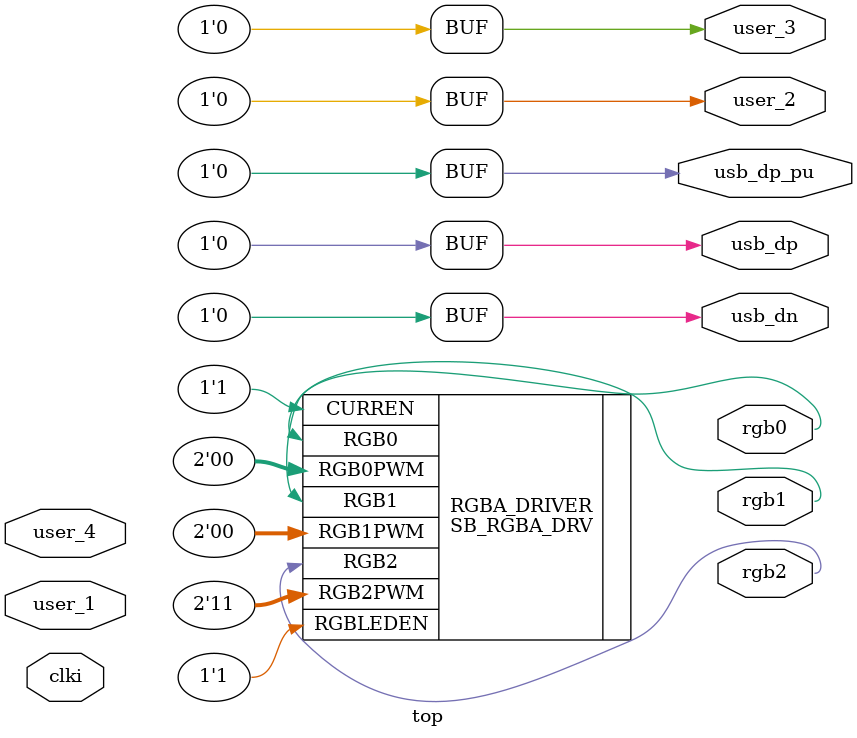
<source format=v>
`define GREENPWM RGB0PWM
`define REDPWM   RGB1PWM
`define BLUEPWM  RGB2PWM

module top (
    // 48MHz Clock input
    // --------
    input clki,
    // User touchable pins
    // touch 1 
    input  user_1,
    output user_2,
    // touch 2
    output user_3,
    input  user_4,
    // LED outputs
    // --------
    output rgb0,
    output rgb1,
    output rgb2,
    // USB Pins (which should be statically driven if not being used).
    // --------
    output usb_dp,
    output usb_dn,
    output usb_dp_pu
);

    // Assign USB pins to "0" so as to disconnect Fomu from
    // the host system.  Otherwise it would try to talk to
    // us over USB, which wouldn't work since we have no stack.
    assign usb_dp = 1'b0;
    assign usb_dn = 1'b0;
    assign usb_dp_pu = 1'b0;

    // Configure user pins so that we can detect the user connecting
    // 1-2 or 3-4 with conductive material.
    assign user_2 = 1'b0;
    assign user_3 = 1'b0;

    // Connect to system clock (with buffering)
    wire clk;
    SB_GB clk_gb (
        .USER_SIGNAL_TO_GLOBAL_BUFFER(clki),
        .GLOBAL_BUFFER_OUTPUT(clk)
    );

    // Instantiate iCE40 LED driver hard logic
    //
    // Note that it's possible to drive the LEDs directly,
    // however that is not current-limited and results in
    // overvolting the red LED.
    //
    // See also:
    // https://www.latticesemi.com/-/media/LatticeSemi/Documents/ApplicationNotes/IK/ICE40LEDDriverUsageGuide.ashx?document_id=50668
    SB_RGBA_DRV #(
        .CURRENT_MODE("0b1"),       // half current
        .RGB0_CURRENT("0b000011"),  // 4 mA
        .RGB1_CURRENT("0b000011"),  // 4 mA
        .RGB2_CURRENT("0b000011")   // 4 mA
    ) RGBA_DRIVER (
        .CURREN(1'b1), // 25217f
        .RGBLEDEN(1'b1),
        .`BLUEPWM(2'h7f),     // Blue
        .`REDPWM(2'h00),      // Red
        .`GREENPWM(2'h00),    // Green
        .RGB0(rgb0),
        .RGB1(rgb1),
        .RGB2(rgb2)
    );

endmodule

</source>
